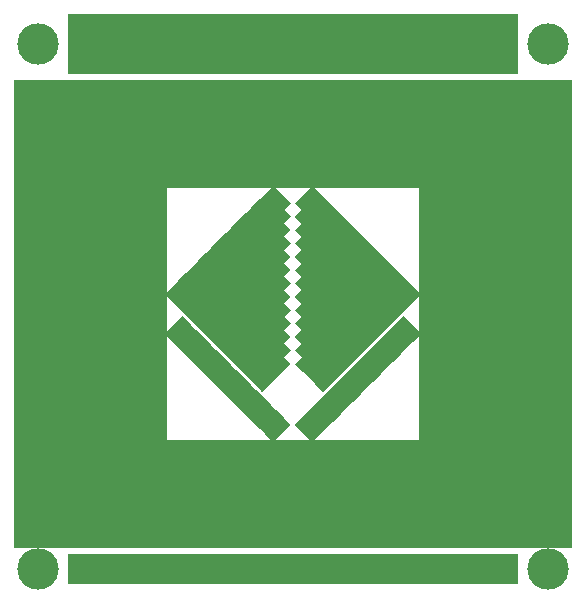
<source format=gbs>
G04 (created by PCBNEW (2013-mar-13)-testing) date Sat 04 Jan 2014 11:19:26 PM CET*
%MOIN*%
G04 Gerber Fmt 3.4, Leading zero omitted, Abs format*
%FSLAX34Y34*%
G01*
G70*
G90*
G04 APERTURE LIST*
%ADD10C,0.005906*%
%ADD11R,0.098700X0.098700*%
%ADD12R,0.059400X0.059400*%
%ADD13C,0.138110*%
G04 APERTURE END LIST*
G54D10*
G54D11*
X53000Y-28000D03*
X54000Y-28000D03*
X55000Y-28000D03*
X56000Y-28000D03*
X57000Y-28000D03*
X58000Y-28000D03*
X59000Y-28000D03*
X60000Y-28000D03*
X61000Y-28000D03*
X62000Y-28000D03*
X63000Y-28000D03*
X64000Y-28000D03*
X65000Y-28000D03*
X66000Y-28000D03*
X67000Y-28000D03*
X63000Y-46000D03*
X64000Y-46000D03*
X62000Y-46000D03*
X61000Y-46000D03*
X60000Y-46000D03*
X59000Y-46000D03*
X58000Y-46000D03*
X53000Y-46000D03*
X54000Y-46000D03*
X55000Y-46000D03*
X56000Y-46000D03*
X57000Y-46000D03*
X65000Y-46000D03*
X66000Y-46000D03*
X67000Y-46000D03*
G54D12*
X59500Y-42000D03*
X59000Y-42000D03*
X58500Y-42000D03*
X58000Y-42000D03*
X57500Y-42000D03*
X57000Y-42000D03*
X56500Y-42000D03*
X56000Y-42000D03*
X55500Y-41500D03*
X55500Y-41000D03*
X55500Y-40500D03*
X55500Y-40000D03*
X55500Y-39500D03*
X55500Y-39000D03*
X55500Y-38500D03*
X55500Y-38000D03*
X55500Y-37000D03*
X55500Y-36500D03*
X55500Y-36000D03*
X55500Y-35500D03*
X55500Y-35000D03*
X55500Y-34500D03*
X55500Y-34000D03*
X55500Y-33500D03*
X56000Y-33000D03*
X56500Y-33000D03*
X57000Y-33000D03*
X57500Y-33000D03*
X58000Y-33000D03*
X58500Y-33000D03*
X59000Y-33000D03*
X59500Y-33000D03*
X60500Y-33000D03*
X61000Y-33000D03*
X61500Y-33000D03*
X62000Y-33000D03*
X62500Y-33000D03*
X63000Y-33000D03*
X63500Y-33000D03*
X64000Y-33000D03*
X64500Y-33500D03*
X64500Y-34000D03*
X64500Y-34500D03*
X64500Y-35000D03*
X64500Y-35500D03*
X64500Y-36000D03*
X64500Y-36500D03*
X64500Y-37000D03*
X64500Y-38000D03*
X64500Y-38500D03*
X64500Y-39000D03*
X64500Y-39500D03*
X64500Y-40000D03*
X64500Y-40500D03*
X64500Y-41000D03*
X64500Y-41500D03*
X64000Y-42000D03*
X63500Y-42000D03*
X63000Y-42000D03*
X62500Y-42000D03*
X62000Y-42000D03*
X61500Y-42000D03*
X61000Y-42000D03*
X60500Y-42000D03*
G54D10*
G36*
X59932Y-41188D02*
X59345Y-41775D01*
X59065Y-41494D01*
X59652Y-40908D01*
X59932Y-41188D01*
X59932Y-41188D01*
G37*
G36*
X59709Y-40965D02*
X59123Y-41552D01*
X58842Y-41272D01*
X59429Y-40685D01*
X59709Y-40965D01*
X59709Y-40965D01*
G37*
G36*
X59487Y-40743D02*
X58900Y-41330D01*
X58619Y-41049D01*
X59206Y-40462D01*
X59487Y-40743D01*
X59487Y-40743D01*
G37*
G36*
X59264Y-40520D02*
X58677Y-41107D01*
X58397Y-40826D01*
X58983Y-40239D01*
X59264Y-40520D01*
X59264Y-40520D01*
G37*
G36*
X59041Y-40297D02*
X58454Y-40884D01*
X58174Y-40604D01*
X58761Y-40017D01*
X59041Y-40297D01*
X59041Y-40297D01*
G37*
G36*
X58819Y-40075D02*
X58232Y-40661D01*
X57951Y-40381D01*
X58538Y-39794D01*
X58819Y-40075D01*
X58819Y-40075D01*
G37*
G36*
X58596Y-39852D02*
X58009Y-40439D01*
X57728Y-40158D01*
X58315Y-39571D01*
X58596Y-39852D01*
X58596Y-39852D01*
G37*
G36*
X58373Y-39629D02*
X57786Y-40216D01*
X57506Y-39935D01*
X58093Y-39349D01*
X58373Y-39629D01*
X58373Y-39629D01*
G37*
G36*
X58150Y-39406D02*
X57564Y-39993D01*
X57283Y-39713D01*
X57870Y-39126D01*
X58150Y-39406D01*
X58150Y-39406D01*
G37*
G36*
X57928Y-39184D02*
X57341Y-39771D01*
X57060Y-39490D01*
X57647Y-38903D01*
X57928Y-39184D01*
X57928Y-39184D01*
G37*
G36*
X57705Y-38961D02*
X57118Y-39548D01*
X56838Y-39267D01*
X57424Y-38680D01*
X57705Y-38961D01*
X57705Y-38961D01*
G37*
G36*
X57482Y-38738D02*
X56895Y-39325D01*
X56615Y-39045D01*
X57202Y-38458D01*
X57482Y-38738D01*
X57482Y-38738D01*
G37*
G36*
X57260Y-38516D02*
X56673Y-39102D01*
X56392Y-38822D01*
X56979Y-38235D01*
X57260Y-38516D01*
X57260Y-38516D01*
G37*
G36*
X57037Y-38293D02*
X56450Y-38880D01*
X56169Y-38599D01*
X56756Y-38012D01*
X57037Y-38293D01*
X57037Y-38293D01*
G37*
G36*
X56814Y-38070D02*
X56227Y-38657D01*
X55947Y-38376D01*
X56534Y-37790D01*
X56814Y-38070D01*
X56814Y-38070D01*
G37*
G36*
X56591Y-37847D02*
X56005Y-38434D01*
X55724Y-38154D01*
X56311Y-37567D01*
X56591Y-37847D01*
X56591Y-37847D01*
G37*
G36*
X58983Y-40105D02*
X55724Y-36845D01*
X56005Y-36565D01*
X59264Y-39824D01*
X58983Y-40105D01*
X58983Y-40105D01*
G37*
G36*
X59206Y-39882D02*
X55947Y-36623D01*
X56227Y-36342D01*
X59487Y-39601D01*
X59206Y-39882D01*
X59206Y-39882D01*
G37*
G36*
X59429Y-39659D02*
X56169Y-36400D01*
X56450Y-36119D01*
X59709Y-39379D01*
X59429Y-39659D01*
X59429Y-39659D01*
G37*
G36*
X59652Y-39437D02*
X56392Y-36177D01*
X56673Y-35897D01*
X59932Y-39156D01*
X59652Y-39437D01*
X59652Y-39437D01*
G37*
G36*
X59652Y-38991D02*
X56615Y-35954D01*
X56895Y-35674D01*
X59932Y-38710D01*
X59652Y-38991D01*
X59652Y-38991D01*
G37*
G36*
X59652Y-38546D02*
X56838Y-35732D01*
X57118Y-35451D01*
X59932Y-38265D01*
X59652Y-38546D01*
X59652Y-38546D01*
G37*
G36*
X59652Y-38100D02*
X57060Y-35509D01*
X57341Y-35228D01*
X59932Y-37820D01*
X59652Y-38100D01*
X59652Y-38100D01*
G37*
G36*
X59652Y-37655D02*
X57283Y-35286D01*
X57564Y-35006D01*
X59932Y-37374D01*
X59652Y-37655D01*
X59652Y-37655D01*
G37*
G36*
X59652Y-37209D02*
X57506Y-35064D01*
X57786Y-34783D01*
X59932Y-36929D01*
X59652Y-37209D01*
X59652Y-37209D01*
G37*
G36*
X59652Y-36764D02*
X57728Y-34841D01*
X58009Y-34560D01*
X59932Y-36483D01*
X59652Y-36764D01*
X59652Y-36764D01*
G37*
G36*
X59652Y-36319D02*
X57951Y-34618D01*
X58232Y-34338D01*
X59932Y-36038D01*
X59652Y-36319D01*
X59652Y-36319D01*
G37*
G36*
X59652Y-35873D02*
X58174Y-34395D01*
X58454Y-34115D01*
X59932Y-35593D01*
X59652Y-35873D01*
X59652Y-35873D01*
G37*
G36*
X59652Y-35428D02*
X58397Y-34173D01*
X58677Y-33892D01*
X59932Y-35147D01*
X59652Y-35428D01*
X59652Y-35428D01*
G37*
G36*
X59652Y-34982D02*
X58619Y-33950D01*
X58900Y-33669D01*
X59932Y-34702D01*
X59652Y-34982D01*
X59652Y-34982D01*
G37*
G36*
X59652Y-34537D02*
X58842Y-33727D01*
X59123Y-33447D01*
X59932Y-34256D01*
X59652Y-34537D01*
X59652Y-34537D01*
G37*
G36*
X59652Y-34091D02*
X59065Y-33505D01*
X59345Y-33224D01*
X59932Y-33811D01*
X59652Y-34091D01*
X59652Y-34091D01*
G37*
G36*
X60934Y-33505D02*
X60347Y-34091D01*
X60067Y-33811D01*
X60654Y-33224D01*
X60934Y-33505D01*
X60934Y-33505D01*
G37*
G36*
X61157Y-33727D02*
X60347Y-34537D01*
X60067Y-34256D01*
X60876Y-33447D01*
X61157Y-33727D01*
X61157Y-33727D01*
G37*
G36*
X61380Y-33950D02*
X60347Y-34982D01*
X60067Y-34702D01*
X61099Y-33669D01*
X61380Y-33950D01*
X61380Y-33950D01*
G37*
G36*
X61602Y-34173D02*
X60347Y-35428D01*
X60067Y-35147D01*
X61322Y-33892D01*
X61602Y-34173D01*
X61602Y-34173D01*
G37*
G36*
X61825Y-34395D02*
X60347Y-35873D01*
X60067Y-35593D01*
X61545Y-34115D01*
X61825Y-34395D01*
X61825Y-34395D01*
G37*
G36*
X62048Y-34618D02*
X60347Y-36319D01*
X60067Y-36038D01*
X61767Y-34338D01*
X62048Y-34618D01*
X62048Y-34618D01*
G37*
G36*
X62271Y-34841D02*
X60347Y-36764D01*
X60067Y-36483D01*
X61990Y-34560D01*
X62271Y-34841D01*
X62271Y-34841D01*
G37*
G36*
X62493Y-35064D02*
X60347Y-37209D01*
X60067Y-36929D01*
X62213Y-34783D01*
X62493Y-35064D01*
X62493Y-35064D01*
G37*
G36*
X62716Y-35286D02*
X60347Y-37655D01*
X60067Y-37374D01*
X62435Y-35006D01*
X62716Y-35286D01*
X62716Y-35286D01*
G37*
G36*
X62939Y-35509D02*
X60347Y-38100D01*
X60067Y-37820D01*
X62658Y-35228D01*
X62939Y-35509D01*
X62939Y-35509D01*
G37*
G36*
X63161Y-35732D02*
X60347Y-38546D01*
X60067Y-38265D01*
X62881Y-35451D01*
X63161Y-35732D01*
X63161Y-35732D01*
G37*
G36*
X63384Y-35954D02*
X60347Y-38991D01*
X60067Y-38710D01*
X63104Y-35674D01*
X63384Y-35954D01*
X63384Y-35954D01*
G37*
G36*
X63607Y-36177D02*
X60347Y-39437D01*
X60067Y-39156D01*
X63326Y-35897D01*
X63607Y-36177D01*
X63607Y-36177D01*
G37*
G36*
X63830Y-36400D02*
X60570Y-39659D01*
X60290Y-39379D01*
X63549Y-36119D01*
X63830Y-36400D01*
X63830Y-36400D01*
G37*
G36*
X64052Y-36623D02*
X60793Y-39882D01*
X60512Y-39601D01*
X63772Y-36342D01*
X64052Y-36623D01*
X64052Y-36623D01*
G37*
G36*
X64275Y-36845D02*
X61016Y-40105D01*
X60735Y-39824D01*
X63994Y-36565D01*
X64275Y-36845D01*
X64275Y-36845D01*
G37*
G36*
X63688Y-37567D02*
X64275Y-38154D01*
X63994Y-38434D01*
X63408Y-37847D01*
X63688Y-37567D01*
X63688Y-37567D01*
G37*
G36*
X63465Y-37790D02*
X64052Y-38376D01*
X63772Y-38657D01*
X63185Y-38070D01*
X63465Y-37790D01*
X63465Y-37790D01*
G37*
G36*
X63243Y-38012D02*
X63830Y-38599D01*
X63549Y-38880D01*
X62962Y-38293D01*
X63243Y-38012D01*
X63243Y-38012D01*
G37*
G36*
X63020Y-38235D02*
X63607Y-38822D01*
X63326Y-39102D01*
X62739Y-38516D01*
X63020Y-38235D01*
X63020Y-38235D01*
G37*
G36*
X62797Y-38458D02*
X63384Y-39045D01*
X63104Y-39325D01*
X62517Y-38738D01*
X62797Y-38458D01*
X62797Y-38458D01*
G37*
G36*
X62575Y-38680D02*
X63161Y-39267D01*
X62881Y-39548D01*
X62294Y-38961D01*
X62575Y-38680D01*
X62575Y-38680D01*
G37*
G36*
X62352Y-38903D02*
X62939Y-39490D01*
X62658Y-39771D01*
X62071Y-39184D01*
X62352Y-38903D01*
X62352Y-38903D01*
G37*
G36*
X62129Y-39126D02*
X62716Y-39713D01*
X62435Y-39993D01*
X61849Y-39406D01*
X62129Y-39126D01*
X62129Y-39126D01*
G37*
G36*
X61906Y-39349D02*
X62493Y-39935D01*
X62213Y-40216D01*
X61626Y-39629D01*
X61906Y-39349D01*
X61906Y-39349D01*
G37*
G36*
X61684Y-39571D02*
X62271Y-40158D01*
X61990Y-40439D01*
X61403Y-39852D01*
X61684Y-39571D01*
X61684Y-39571D01*
G37*
G36*
X61461Y-39794D02*
X62048Y-40381D01*
X61767Y-40661D01*
X61180Y-40075D01*
X61461Y-39794D01*
X61461Y-39794D01*
G37*
G36*
X61238Y-40017D02*
X61825Y-40604D01*
X61545Y-40884D01*
X60958Y-40297D01*
X61238Y-40017D01*
X61238Y-40017D01*
G37*
G36*
X61016Y-40239D02*
X61602Y-40826D01*
X61322Y-41107D01*
X60735Y-40520D01*
X61016Y-40239D01*
X61016Y-40239D01*
G37*
G36*
X60793Y-40462D02*
X61380Y-41049D01*
X61099Y-41330D01*
X60512Y-40743D01*
X60793Y-40462D01*
X60793Y-40462D01*
G37*
G36*
X60570Y-40685D02*
X61157Y-41272D01*
X60876Y-41552D01*
X60290Y-40965D01*
X60570Y-40685D01*
X60570Y-40685D01*
G37*
G36*
X60347Y-40908D02*
X60934Y-41494D01*
X60654Y-41775D01*
X60067Y-41188D01*
X60347Y-40908D01*
X60347Y-40908D01*
G37*
G54D13*
X51500Y-46000D03*
X68500Y-46000D03*
X51500Y-28500D03*
X68500Y-28500D03*
G54D12*
X51000Y-30500D03*
X51000Y-30000D03*
X52000Y-30500D03*
X51500Y-30500D03*
X51500Y-30000D03*
X53000Y-30500D03*
X52500Y-30500D03*
X53500Y-30500D03*
X52500Y-30000D03*
X52000Y-30000D03*
X53500Y-30000D03*
X53000Y-30000D03*
X54000Y-30500D03*
X54000Y-30000D03*
X54500Y-30500D03*
X55500Y-30500D03*
X56000Y-30500D03*
X56000Y-30000D03*
X55500Y-30000D03*
X57500Y-30500D03*
X57500Y-30000D03*
X59000Y-30000D03*
X57000Y-30500D03*
X56500Y-30500D03*
X55000Y-30500D03*
X56500Y-30000D03*
X57000Y-30000D03*
X54500Y-30000D03*
X55000Y-30000D03*
X58000Y-30500D03*
X58000Y-30000D03*
X58500Y-30500D03*
X59000Y-30500D03*
X58500Y-30000D03*
X60000Y-30500D03*
X59500Y-30500D03*
X59500Y-30000D03*
X60000Y-30000D03*
X60500Y-30000D03*
X60500Y-30500D03*
X61000Y-30500D03*
X61000Y-30000D03*
X61500Y-30500D03*
X61500Y-30000D03*
X62000Y-30500D03*
X62000Y-30000D03*
X62500Y-30500D03*
X62500Y-30000D03*
X63000Y-30000D03*
X63000Y-30500D03*
X63500Y-30500D03*
X63500Y-30000D03*
X64000Y-30000D03*
X64000Y-30500D03*
X64500Y-30500D03*
X64500Y-30000D03*
X65000Y-30000D03*
X65000Y-30500D03*
X68500Y-30500D03*
X65500Y-30500D03*
X66000Y-30500D03*
X67500Y-30500D03*
X68000Y-30500D03*
X67000Y-30500D03*
X66500Y-30500D03*
X68500Y-30000D03*
X68000Y-30000D03*
X67500Y-30000D03*
X67000Y-30000D03*
X66500Y-30000D03*
X65500Y-30000D03*
X66000Y-30000D03*
X65000Y-37000D03*
X65000Y-36500D03*
X64500Y-37500D03*
X65000Y-36000D03*
X64500Y-33000D03*
X65000Y-33000D03*
X65000Y-33500D03*
X65000Y-34000D03*
X65000Y-34500D03*
X65000Y-35000D03*
X65000Y-35500D03*
G54D11*
X53000Y-29000D03*
X54000Y-29000D03*
X55000Y-29000D03*
X56000Y-29000D03*
X57000Y-29000D03*
X59000Y-29000D03*
X58000Y-29000D03*
X61000Y-29000D03*
X60000Y-29000D03*
X67000Y-29000D03*
X66000Y-29000D03*
X65000Y-29000D03*
X64000Y-29000D03*
X63000Y-29000D03*
X62000Y-29000D03*
G54D12*
X68500Y-31000D03*
X68000Y-31000D03*
X67500Y-31000D03*
X67000Y-31000D03*
X65500Y-32000D03*
X65500Y-32500D03*
X65000Y-31000D03*
X65000Y-31500D03*
X65000Y-32000D03*
X64500Y-31000D03*
X67500Y-32000D03*
X66500Y-31000D03*
X66000Y-31000D03*
X65500Y-31000D03*
X68500Y-31500D03*
X68000Y-31500D03*
X67500Y-31500D03*
X67000Y-31500D03*
X66500Y-31500D03*
X66000Y-31500D03*
X65500Y-31500D03*
X68500Y-32000D03*
X68000Y-32000D03*
X64500Y-31500D03*
X67000Y-32000D03*
X66500Y-32000D03*
X66000Y-32000D03*
X69000Y-33000D03*
X69000Y-30000D03*
X69000Y-30500D03*
X69000Y-31500D03*
X64500Y-32000D03*
X69000Y-34500D03*
X69000Y-36000D03*
X69000Y-37500D03*
X69000Y-39000D03*
X69000Y-32000D03*
X69000Y-33500D03*
X69000Y-35000D03*
X69000Y-36500D03*
X69000Y-38000D03*
X69000Y-39500D03*
X68500Y-32500D03*
X68000Y-32500D03*
X67500Y-32500D03*
X67000Y-32500D03*
X66500Y-32500D03*
X66000Y-32500D03*
X69000Y-40500D03*
X69000Y-41000D03*
X65000Y-32500D03*
X69000Y-42000D03*
X69000Y-42500D03*
X64500Y-32500D03*
X68500Y-33000D03*
X68000Y-33000D03*
X67500Y-33500D03*
X67000Y-33000D03*
X66500Y-33000D03*
X66000Y-33000D03*
X65500Y-33000D03*
X68500Y-33500D03*
X68000Y-33500D03*
X67500Y-33000D03*
X67000Y-33500D03*
X66500Y-33500D03*
X66000Y-33500D03*
X65500Y-33500D03*
X68500Y-34000D03*
X65500Y-34000D03*
X68000Y-34000D03*
X66000Y-34000D03*
X67500Y-34000D03*
X67000Y-34000D03*
X66500Y-34000D03*
X68500Y-34500D03*
X68000Y-34500D03*
X67500Y-34500D03*
X67000Y-34500D03*
X66500Y-34500D03*
X66000Y-34500D03*
X65500Y-34500D03*
X68500Y-35000D03*
X68000Y-35000D03*
X67500Y-35000D03*
X67000Y-35000D03*
X66500Y-35000D03*
X66000Y-35000D03*
X65500Y-35000D03*
X64000Y-31000D03*
X63500Y-31000D03*
X63000Y-31000D03*
X64000Y-31500D03*
X63500Y-31500D03*
X63500Y-32000D03*
X64000Y-32000D03*
X69000Y-43500D03*
X64000Y-32500D03*
X69000Y-44000D03*
X63500Y-32500D03*
X68500Y-35500D03*
X68000Y-35500D03*
X67500Y-35500D03*
X67000Y-35500D03*
X66000Y-35500D03*
X66500Y-35500D03*
X65500Y-35500D03*
X68500Y-36000D03*
X68000Y-36000D03*
X67500Y-36000D03*
X67000Y-36000D03*
X66500Y-36000D03*
X66000Y-36000D03*
X65500Y-36000D03*
X68500Y-36500D03*
X68500Y-37000D03*
X68500Y-37500D03*
X68000Y-36500D03*
X67500Y-36500D03*
X68000Y-37000D03*
X67000Y-36500D03*
X66500Y-36500D03*
X67000Y-37000D03*
X66000Y-36500D03*
X65500Y-36500D03*
X67500Y-37000D03*
X65500Y-37000D03*
X66500Y-37000D03*
X66000Y-37000D03*
X68000Y-37500D03*
X67500Y-37500D03*
X67000Y-37500D03*
X66500Y-37500D03*
X65500Y-37500D03*
X66000Y-37500D03*
X65000Y-37500D03*
X65000Y-38000D03*
X68500Y-38000D03*
X68000Y-38000D03*
X67500Y-38000D03*
X67000Y-38000D03*
X66500Y-38000D03*
X66000Y-38000D03*
X65500Y-38000D03*
X68500Y-38500D03*
X68500Y-39000D03*
X68000Y-38500D03*
X67500Y-38500D03*
X67000Y-38500D03*
X66500Y-38500D03*
X66000Y-38500D03*
X65000Y-38500D03*
X65500Y-38500D03*
X65000Y-39000D03*
X65500Y-39000D03*
X66000Y-39000D03*
X66500Y-39000D03*
X67000Y-39000D03*
X67500Y-39000D03*
X68000Y-39000D03*
X67000Y-39500D03*
X65500Y-39500D03*
X67500Y-40000D03*
X67500Y-40500D03*
X67000Y-40000D03*
X67000Y-40500D03*
X66500Y-40000D03*
X68500Y-39500D03*
X68000Y-39500D03*
X67500Y-39500D03*
X65000Y-40000D03*
X66500Y-39500D03*
X66000Y-39500D03*
X65500Y-40000D03*
X65000Y-39500D03*
X68500Y-40000D03*
X68500Y-40500D03*
X68000Y-40000D03*
X68000Y-40500D03*
X66000Y-40000D03*
X66500Y-40500D03*
X68500Y-41000D03*
X68500Y-41500D03*
X68500Y-42000D03*
X68500Y-42500D03*
X69000Y-31000D03*
X68500Y-43000D03*
X68500Y-43500D03*
X68500Y-44500D03*
X68500Y-44000D03*
X68500Y-45000D03*
X68000Y-41000D03*
X68000Y-41500D03*
X68000Y-42000D03*
X68000Y-42500D03*
X67500Y-41000D03*
X66000Y-40500D03*
X65500Y-40500D03*
X65000Y-40500D03*
X67000Y-41000D03*
X66500Y-41000D03*
X66000Y-41000D03*
X65000Y-41000D03*
X65500Y-41000D03*
X65000Y-41500D03*
X64500Y-42000D03*
X65000Y-42000D03*
X67500Y-41500D03*
X67000Y-41500D03*
X66500Y-41500D03*
X66000Y-41500D03*
X65500Y-41500D03*
X67500Y-42000D03*
X69000Y-32500D03*
X68000Y-43000D03*
X68000Y-43500D03*
X68000Y-44000D03*
X68000Y-44500D03*
X68000Y-45000D03*
X67000Y-42000D03*
X66500Y-42000D03*
X65500Y-42000D03*
X66000Y-42000D03*
X67500Y-42500D03*
X69000Y-34000D03*
X67500Y-43000D03*
X67500Y-43500D03*
X67500Y-44000D03*
X67500Y-44500D03*
X67500Y-45000D03*
X67000Y-42500D03*
X69000Y-35500D03*
X67000Y-43000D03*
X67000Y-43500D03*
X67000Y-44000D03*
X66500Y-42500D03*
X66000Y-42500D03*
X65500Y-42500D03*
X69000Y-37000D03*
X67000Y-44500D03*
X60000Y-42000D03*
X66500Y-43000D03*
X69000Y-38500D03*
X65000Y-42500D03*
X67000Y-45000D03*
X66500Y-45000D03*
X66500Y-43500D03*
X66500Y-44000D03*
X66500Y-44500D03*
X66000Y-43000D03*
X66000Y-43500D03*
X66000Y-44000D03*
X66000Y-44500D03*
X66000Y-45000D03*
X69000Y-40000D03*
X65500Y-43000D03*
X65500Y-43500D03*
X65500Y-44000D03*
X65500Y-44500D03*
X65500Y-45000D03*
X69000Y-41500D03*
X65000Y-43000D03*
X65000Y-43500D03*
X65000Y-44000D03*
X65000Y-44500D03*
X65000Y-45000D03*
X64500Y-42500D03*
X69000Y-43000D03*
X64000Y-42500D03*
X64500Y-43000D03*
X64500Y-43500D03*
X64500Y-44000D03*
X64500Y-44500D03*
X64500Y-45000D03*
X69000Y-44500D03*
X64000Y-43000D03*
X64000Y-43500D03*
X64000Y-44000D03*
X64000Y-44500D03*
X64000Y-45000D03*
X63500Y-42500D03*
X69000Y-45000D03*
X63500Y-43000D03*
X63500Y-43500D03*
X63500Y-44000D03*
X63500Y-44500D03*
X63500Y-45000D03*
X63000Y-42500D03*
X63000Y-43000D03*
X63000Y-43500D03*
X63000Y-44000D03*
X63000Y-44500D03*
X63000Y-45000D03*
X62500Y-42500D03*
X62500Y-43000D03*
X62500Y-43500D03*
X62500Y-44000D03*
X62500Y-44500D03*
X62500Y-45000D03*
X62000Y-42500D03*
X62000Y-43000D03*
X62000Y-43500D03*
X62000Y-44000D03*
X62000Y-44500D03*
X62000Y-45000D03*
X61500Y-42500D03*
X61000Y-42500D03*
X60500Y-42500D03*
X61500Y-43000D03*
X61500Y-43500D03*
X61500Y-44000D03*
X61500Y-44500D03*
X61500Y-45000D03*
X61000Y-43000D03*
X60500Y-43000D03*
X61000Y-43500D03*
X60500Y-43500D03*
X62500Y-31000D03*
X62000Y-31000D03*
X51000Y-31000D03*
X51500Y-31000D03*
X63000Y-31500D03*
X63000Y-32000D03*
X63000Y-32500D03*
X62500Y-31500D03*
X62500Y-32000D03*
X55500Y-33000D03*
X60000Y-33000D03*
X62500Y-32500D03*
X62000Y-32500D03*
X62000Y-32000D03*
X62000Y-31500D03*
X61500Y-31000D03*
X61000Y-31000D03*
X61500Y-31500D03*
X61500Y-32000D03*
X61500Y-32500D03*
X61000Y-32500D03*
X60500Y-32500D03*
X60000Y-32500D03*
X61000Y-31500D03*
X61000Y-32000D03*
X59500Y-32500D03*
X59000Y-32500D03*
X59000Y-31000D03*
X59500Y-31000D03*
X60000Y-31000D03*
X60500Y-31000D03*
X60500Y-31500D03*
X60500Y-32000D03*
X60000Y-31500D03*
X60000Y-32000D03*
X59500Y-31500D03*
X59500Y-32000D03*
X59000Y-31500D03*
X58500Y-31000D03*
X59000Y-32000D03*
X58500Y-32500D03*
X58000Y-32500D03*
X58500Y-31500D03*
X58500Y-32000D03*
X58000Y-31500D03*
X57500Y-31000D03*
X58000Y-31000D03*
X56500Y-31000D03*
X57000Y-31000D03*
X57500Y-31500D03*
X58000Y-32000D03*
X57500Y-32500D03*
X57500Y-32000D03*
X56500Y-31500D03*
X57000Y-31500D03*
X57000Y-32000D03*
X57000Y-32500D03*
X56000Y-31000D03*
X52500Y-31000D03*
X52000Y-31000D03*
X53000Y-31000D03*
X54500Y-31000D03*
X55500Y-31000D03*
X55000Y-31000D03*
X53500Y-31000D03*
X54000Y-31000D03*
X56500Y-32500D03*
X56000Y-32500D03*
X55500Y-32500D03*
X56500Y-32000D03*
X56000Y-31500D03*
X56000Y-32000D03*
X55500Y-32000D03*
X55500Y-31500D03*
X55000Y-31500D03*
X54500Y-31500D03*
X54000Y-31500D03*
X53500Y-31500D03*
X53000Y-31500D03*
X52500Y-31500D03*
X51500Y-31500D03*
X52000Y-31500D03*
X51000Y-31500D03*
X51000Y-32000D03*
X51500Y-32000D03*
X52000Y-32000D03*
X52500Y-32000D03*
X55000Y-32000D03*
X54500Y-32000D03*
X54000Y-32000D03*
X53500Y-32000D03*
X53000Y-32000D03*
X55000Y-32500D03*
X55000Y-33000D03*
X55000Y-33500D03*
X54500Y-32500D03*
X54000Y-32500D03*
X54500Y-33000D03*
X51000Y-32500D03*
X51500Y-32500D03*
X52500Y-32500D03*
X52000Y-32500D03*
X53000Y-32500D03*
X53500Y-32500D03*
X51000Y-33000D03*
X51000Y-33500D03*
X51000Y-34000D03*
X51000Y-34500D03*
X52500Y-33000D03*
X52000Y-33000D03*
X51500Y-33000D03*
X54000Y-33000D03*
X53500Y-33000D03*
X53000Y-33000D03*
X51500Y-33500D03*
X51500Y-34000D03*
X52000Y-33500D03*
X52500Y-33500D03*
X54500Y-33500D03*
X54000Y-33500D03*
X53000Y-33500D03*
X53500Y-33500D03*
X52000Y-34000D03*
X51500Y-34500D03*
X52000Y-34500D03*
X55000Y-34000D03*
X54000Y-34000D03*
X53500Y-34000D03*
X52500Y-34000D03*
X53000Y-34000D03*
X54500Y-34000D03*
X55000Y-34500D03*
X53000Y-34500D03*
X53000Y-35000D03*
X52500Y-34500D03*
X55000Y-35000D03*
X54000Y-35000D03*
X54000Y-34500D03*
X54500Y-34500D03*
X53500Y-34500D03*
X54500Y-35000D03*
X53500Y-35000D03*
X52500Y-35000D03*
X51000Y-35000D03*
X52000Y-35000D03*
X51500Y-35000D03*
X51000Y-35500D03*
X51500Y-36000D03*
X52000Y-35500D03*
X54000Y-35500D03*
X55000Y-35500D03*
X54500Y-35500D03*
X53000Y-35500D03*
X52500Y-35500D03*
X53500Y-35500D03*
X55000Y-36000D03*
X54500Y-36000D03*
X54000Y-36000D03*
X53500Y-36000D03*
X53000Y-36000D03*
X52500Y-36000D03*
X52000Y-36000D03*
X51500Y-35500D03*
X51000Y-36000D03*
X55000Y-36500D03*
X54500Y-36500D03*
X54000Y-36500D03*
X53500Y-36500D03*
X53000Y-36500D03*
X52500Y-36500D03*
X52000Y-36500D03*
X51500Y-36500D03*
X51000Y-36500D03*
X55500Y-37500D03*
X55000Y-37000D03*
X54500Y-37000D03*
X54000Y-37000D03*
X53500Y-37000D03*
X53000Y-37000D03*
X52500Y-37000D03*
X52000Y-37000D03*
X51500Y-37000D03*
X51000Y-37000D03*
X55000Y-37500D03*
X54500Y-37500D03*
X54000Y-37500D03*
X53500Y-37500D03*
X53000Y-37500D03*
X52500Y-37500D03*
X52000Y-37500D03*
X51500Y-37500D03*
X51000Y-37500D03*
X55000Y-38000D03*
X54500Y-38000D03*
X54000Y-38000D03*
X53500Y-38000D03*
X53000Y-38000D03*
X52500Y-38000D03*
X51000Y-38000D03*
X52000Y-38000D03*
X51500Y-38000D03*
X51000Y-38500D03*
X51000Y-39000D03*
X51000Y-39500D03*
X51500Y-38500D03*
X52000Y-38500D03*
X51500Y-39000D03*
X52500Y-38500D03*
X53000Y-38500D03*
X53500Y-38500D03*
X55000Y-38500D03*
X54000Y-38500D03*
X54500Y-38500D03*
X52000Y-39000D03*
X52500Y-39000D03*
X53500Y-39000D03*
X53000Y-39000D03*
X55000Y-39000D03*
X54000Y-39000D03*
X54500Y-39000D03*
X51500Y-39500D03*
X51000Y-40000D03*
X52000Y-39500D03*
X52500Y-39500D03*
X53000Y-39500D03*
X53500Y-39500D03*
X54000Y-39500D03*
X55000Y-39500D03*
X54500Y-39500D03*
X55500Y-42000D03*
X55000Y-40000D03*
X54500Y-40000D03*
X55000Y-40500D03*
X54000Y-40000D03*
X54500Y-40500D03*
X55000Y-41000D03*
X53500Y-40000D03*
X51500Y-40000D03*
X51000Y-40500D03*
X52000Y-40000D03*
X53000Y-40000D03*
X52500Y-40000D03*
X51500Y-40500D03*
X51000Y-41000D03*
X52000Y-40500D03*
X51500Y-41000D03*
X54000Y-40500D03*
X53500Y-40500D03*
X52500Y-40500D03*
X53000Y-40500D03*
X52000Y-41000D03*
X52500Y-41000D03*
X53000Y-41000D03*
X54000Y-41000D03*
X53500Y-41000D03*
X54500Y-41000D03*
X55000Y-41500D03*
X51000Y-41500D03*
X51000Y-45000D03*
X51000Y-44500D03*
X51000Y-42000D03*
X51000Y-42500D03*
X51000Y-43000D03*
X51000Y-43500D03*
X51000Y-44000D03*
X51500Y-45000D03*
X51500Y-44500D03*
X51500Y-44000D03*
X51500Y-43500D03*
X51500Y-43000D03*
X51500Y-42500D03*
X51500Y-41500D03*
X52000Y-41500D03*
X51500Y-42000D03*
X53500Y-41500D03*
X53000Y-41500D03*
X52500Y-41500D03*
X55000Y-42000D03*
X54500Y-41500D03*
X54000Y-41500D03*
X52500Y-42000D03*
X52000Y-42000D03*
X52000Y-42500D03*
X53000Y-42000D03*
X52500Y-42500D03*
X53500Y-42000D03*
X53000Y-42500D03*
X52000Y-43000D03*
X54500Y-42000D03*
X54000Y-42000D03*
X53500Y-42500D03*
X52500Y-43000D03*
X52000Y-43500D03*
X52000Y-44000D03*
X52000Y-44500D03*
X52000Y-45000D03*
X54000Y-42500D03*
X54500Y-42500D03*
X60500Y-44000D03*
X61000Y-44000D03*
X61000Y-45000D03*
X61000Y-44500D03*
X60500Y-45000D03*
X60500Y-44500D03*
X60000Y-42500D03*
X59500Y-42500D03*
X52500Y-43500D03*
X53000Y-43000D03*
X52500Y-45000D03*
X52500Y-44500D03*
X52500Y-44000D03*
X53000Y-43500D03*
X53000Y-44000D03*
X53000Y-44500D03*
X53000Y-45000D03*
X53500Y-45000D03*
X55000Y-45000D03*
X54500Y-45000D03*
X54000Y-45000D03*
X53500Y-44500D03*
X53500Y-44000D03*
X53500Y-43500D03*
X53500Y-43000D03*
X54000Y-43000D03*
X54000Y-44500D03*
X54000Y-44000D03*
X54000Y-43500D03*
X54500Y-44500D03*
X54500Y-44000D03*
X55000Y-42500D03*
X55500Y-42500D03*
X54500Y-43500D03*
X54500Y-43000D03*
X55000Y-44500D03*
X55000Y-44000D03*
X55000Y-43500D03*
X55000Y-43000D03*
X56000Y-42500D03*
X60000Y-45000D03*
X55500Y-45000D03*
X56000Y-45000D03*
X56500Y-45000D03*
X57000Y-45000D03*
X57500Y-45000D03*
X60000Y-44500D03*
X60000Y-43000D03*
X59500Y-43500D03*
X60000Y-43500D03*
X60000Y-44000D03*
X59500Y-43000D03*
X59500Y-44500D03*
X59500Y-44000D03*
X59500Y-45000D03*
X59000Y-42500D03*
X58500Y-42500D03*
X58000Y-42500D03*
X57500Y-42500D03*
X57000Y-42500D03*
X56500Y-42500D03*
X59000Y-44000D03*
X59000Y-43000D03*
X59000Y-43500D03*
X59000Y-44500D03*
X59000Y-45000D03*
X58500Y-45000D03*
X58500Y-44500D03*
X58500Y-43500D03*
X58500Y-44000D03*
X58500Y-43000D03*
X58000Y-43000D03*
X55500Y-43000D03*
X55500Y-43500D03*
X55500Y-44500D03*
X55500Y-44000D03*
X56000Y-43000D03*
X56000Y-43500D03*
X56000Y-44000D03*
X56000Y-44500D03*
X56500Y-43000D03*
X57000Y-43000D03*
X57500Y-43000D03*
X56500Y-43500D03*
X56500Y-44000D03*
X56500Y-44500D03*
X57000Y-43500D03*
X58000Y-43500D03*
X57500Y-43500D03*
X58000Y-44000D03*
X57000Y-44000D03*
X57500Y-44000D03*
X57000Y-44500D03*
X57500Y-44500D03*
X58000Y-44500D03*
X58000Y-45000D03*
M02*

</source>
